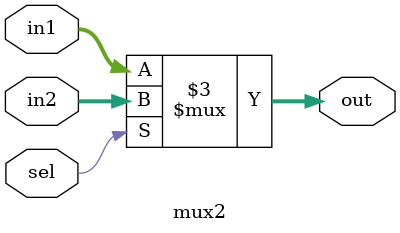
<source format=v>
module mux2 #(parameter WIDTH = 4)(
input [WIDTH-1:0] in1, in2,
input sel,
output reg [WIDTH-1:0] out);
	
always@ (in1,in2)
begin
	
if(sel)
out = in2;
else
out =in1;
end
	
endmodule
</source>
